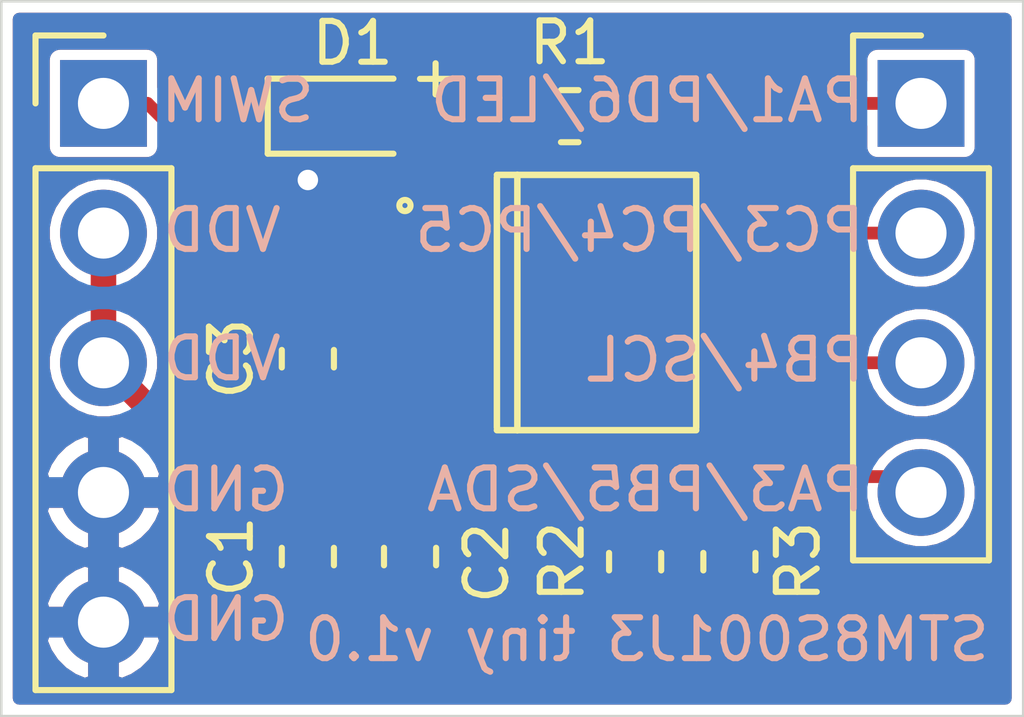
<source format=kicad_pcb>
(kicad_pcb (version 20171130) (host pcbnew 5.1.6-c6e7f7d~87~ubuntu16.04.1)

  (general
    (thickness 1)
    (drawings 16)
    (tracks 54)
    (zones 0)
    (modules 10)
    (nets 10)
  )

  (page A4)
  (layers
    (0 F.Cu signal)
    (31 B.Cu signal)
    (32 B.Adhes user)
    (33 F.Adhes user)
    (34 B.Paste user)
    (35 F.Paste user)
    (36 B.SilkS user)
    (37 F.SilkS user)
    (38 B.Mask user)
    (39 F.Mask user)
    (40 Dwgs.User user)
    (41 Cmts.User user)
    (42 Eco1.User user)
    (43 Eco2.User user)
    (44 Edge.Cuts user)
    (45 Margin user)
    (46 B.CrtYd user)
    (47 F.CrtYd user)
    (48 B.Fab user hide)
    (49 F.Fab user hide)
  )

  (setup
    (last_trace_width 0.5)
    (user_trace_width 0.5)
    (trace_clearance 0.2)
    (zone_clearance 0.2)
    (zone_45_only no)
    (trace_min 0.2)
    (via_size 0.8)
    (via_drill 0.4)
    (via_min_size 0.4)
    (via_min_drill 0.3)
    (uvia_size 0.3)
    (uvia_drill 0.1)
    (uvias_allowed no)
    (uvia_min_size 0.2)
    (uvia_min_drill 0.1)
    (edge_width 0.05)
    (segment_width 0.2)
    (pcb_text_width 0.3)
    (pcb_text_size 1.5 1.5)
    (mod_edge_width 0.12)
    (mod_text_size 1 1)
    (mod_text_width 0.15)
    (pad_size 1.524 1.524)
    (pad_drill 0.762)
    (pad_to_mask_clearance 0.051)
    (solder_mask_min_width 0.25)
    (aux_axis_origin 0 0)
    (visible_elements FFFFFF7F)
    (pcbplotparams
      (layerselection 0x010fc_ffffffff)
      (usegerberextensions false)
      (usegerberattributes false)
      (usegerberadvancedattributes false)
      (creategerberjobfile false)
      (excludeedgelayer true)
      (linewidth 0.100000)
      (plotframeref false)
      (viasonmask false)
      (mode 1)
      (useauxorigin false)
      (hpglpennumber 1)
      (hpglpenspeed 20)
      (hpglpendiameter 15.000000)
      (psnegative false)
      (psa4output false)
      (plotreference true)
      (plotvalue false)
      (plotinvisibletext false)
      (padsonsilk false)
      (subtractmaskfromsilk false)
      (outputformat 1)
      (mirror false)
      (drillshape 0)
      (scaleselection 1)
      (outputdirectory "Gerbers/"))
  )

  (net 0 "")
  (net 1 GND)
  (net 2 "Net-(J2-Pad4)")
  (net 3 "Net-(J2-Pad3)")
  (net 4 "Net-(J2-Pad2)")
  (net 5 "Net-(J2-Pad1)")
  (net 6 /SWIM)
  (net 7 /VDD)
  (net 8 /VCAP)
  (net 9 "Net-(D1-Pad2)")

  (net_class Default "This is the default net class."
    (clearance 0.2)
    (trace_width 0.25)
    (via_dia 0.8)
    (via_drill 0.4)
    (uvia_dia 0.3)
    (uvia_drill 0.1)
    (add_net /SWIM)
    (add_net /VCAP)
    (add_net /VDD)
    (add_net GND)
    (add_net "Net-(D1-Pad2)")
    (add_net "Net-(J2-Pad1)")
    (add_net "Net-(J2-Pad2)")
    (add_net "Net-(J2-Pad3)")
    (add_net "Net-(J2-Pad4)")
  )

  (module LocalFooprints:SO8N (layer F.Cu) (tedit 5F3EE4E8) (tstamp 5EC7471F)
    (at 80 45 270)
    (path /5EB818CE)
    (fp_text reference U1 (at 0 0 270) (layer F.SilkS) hide
      (effects (font (size 1.27 1.27) (thickness 0.15)) (justify right top))
    )
    (fp_text value STM8S001J3M (at 0 0 270) (layer F.SilkS) hide
      (effects (font (size 1.27 1.27) (thickness 0.15)) (justify right top))
    )
    (fp_line (start -0.6 -1.1) (end 4.4 -1.1) (layer F.SilkS) (width 0.127))
    (fp_line (start -0.55 -0.7) (end 4.35 -0.7) (layer F.SilkS) (width 0.127))
    (fp_line (start 4.4 -1.1) (end 4.4 -0.7) (layer F.SilkS) (width 0.127))
    (fp_line (start 4.4 -4.6) (end 4.4 -1.1) (layer F.SilkS) (width 0.127))
    (fp_line (start -0.55 -4.6) (end 4.35 -4.6) (layer F.SilkS) (width 0.127))
    (fp_line (start -0.6 -1.1) (end -0.6 -0.7) (layer F.SilkS) (width 0.127))
    (fp_line (start -0.6 -4.6) (end -0.6 -1.1) (layer F.SilkS) (width 0.127))
    (pad 1 smd rect (at 0 0) (size 1.4 0.6) (layers F.Cu F.Paste F.Mask)
      (net 5 "Net-(J2-Pad1)") (solder_mask_margin 0.1016))
    (pad 2 smd rect (at 1.27 0) (size 1.4 0.6) (layers F.Cu F.Paste F.Mask)
      (net 1 GND) (solder_mask_margin 0.1016))
    (pad 3 smd rect (at 2.54 0) (size 1.4 0.6) (layers F.Cu F.Paste F.Mask)
      (net 8 /VCAP) (solder_mask_margin 0.1016))
    (pad 4 smd rect (at 3.81 0) (size 1.4 0.6) (layers F.Cu F.Paste F.Mask)
      (net 7 /VDD) (solder_mask_margin 0.1016))
    (pad 8 smd rect (at 0 -5.3) (size 1.4 0.6) (layers F.Cu F.Paste F.Mask)
      (net 6 /SWIM) (solder_mask_margin 0.1016))
    (pad 7 smd rect (at 1.27 -5.3) (size 1.4 0.6) (layers F.Cu F.Paste F.Mask)
      (net 4 "Net-(J2-Pad2)") (solder_mask_margin 0.1016))
    (pad 6 smd rect (at 2.54 -5.3) (size 1.4 0.6) (layers F.Cu F.Paste F.Mask)
      (net 3 "Net-(J2-Pad3)") (solder_mask_margin 0.1016))
    (pad 5 smd rect (at 3.81 -5.3) (size 1.4 0.6) (layers F.Cu F.Paste F.Mask)
      (net 2 "Net-(J2-Pad4)") (solder_mask_margin 0.1016))
    (model ${KISYS3DMOD}/Package_SO.3dshapes/SOIC-8_3.9x4.9mm_P1.27mm.wrl
      (offset (xyz 1.9 2.5 0))
      (scale (xyz 1 1 1))
      (rotate (xyz 0 0 -90))
    )
  )

  (module Resistor_SMD:R_0603_1608Metric_Pad1.05x0.95mm_HandSolder (layer F.Cu) (tedit 5B301BBD) (tstamp 5F404CE3)
    (at 82.125 43.25 180)
    (descr "Resistor SMD 0603 (1608 Metric), square (rectangular) end terminal, IPC_7351 nominal with elongated pad for handsoldering. (Body size source: http://www.tortai-tech.com/upload/download/2011102023233369053.pdf), generated with kicad-footprint-generator")
    (tags "resistor handsolder")
    (path /5F3EFFFE)
    (attr smd)
    (fp_text reference R1 (at 0 1.44 180) (layer F.SilkS)
      (effects (font (size 0.8 0.8) (thickness 0.12)))
    )
    (fp_text value 2K (at 0 1.43) (layer F.Fab)
      (effects (font (size 1 1) (thickness 0.15)))
    )
    (fp_text user %R (at 0 0) (layer F.Fab)
      (effects (font (size 0.4 0.4) (thickness 0.06)))
    )
    (fp_line (start -0.8 0.4) (end -0.8 -0.4) (layer F.Fab) (width 0.1))
    (fp_line (start -0.8 -0.4) (end 0.8 -0.4) (layer F.Fab) (width 0.1))
    (fp_line (start 0.8 -0.4) (end 0.8 0.4) (layer F.Fab) (width 0.1))
    (fp_line (start 0.8 0.4) (end -0.8 0.4) (layer F.Fab) (width 0.1))
    (fp_line (start -0.171267 -0.51) (end 0.171267 -0.51) (layer F.SilkS) (width 0.12))
    (fp_line (start -0.171267 0.51) (end 0.171267 0.51) (layer F.SilkS) (width 0.12))
    (fp_line (start -1.65 0.73) (end -1.65 -0.73) (layer F.CrtYd) (width 0.05))
    (fp_line (start -1.65 -0.73) (end 1.65 -0.73) (layer F.CrtYd) (width 0.05))
    (fp_line (start 1.65 -0.73) (end 1.65 0.73) (layer F.CrtYd) (width 0.05))
    (fp_line (start 1.65 0.73) (end -1.65 0.73) (layer F.CrtYd) (width 0.05))
    (pad 1 smd roundrect (at -0.875 0 180) (size 1.05 0.95) (layers F.Cu F.Paste F.Mask) (roundrect_rratio 0.25)
      (net 5 "Net-(J2-Pad1)"))
    (pad 2 smd roundrect (at 0.875 0 180) (size 1.05 0.95) (layers F.Cu F.Paste F.Mask) (roundrect_rratio 0.25)
      (net 9 "Net-(D1-Pad2)"))
    (model ${KISYS3DMOD}/Resistor_SMD.3dshapes/R_0603_1608Metric.wrl
      (at (xyz 0 0 0))
      (scale (xyz 1 1 1))
      (rotate (xyz 0 0 0))
    )
  )

  (module LED_SMD:LED_0603_1608Metric_Pad1.05x0.95mm_HandSolder (layer F.Cu) (tedit 5B4B45C9) (tstamp 5F404C74)
    (at 77.875 43.25)
    (descr "LED SMD 0603 (1608 Metric), square (rectangular) end terminal, IPC_7351 nominal, (Body size source: http://www.tortai-tech.com/upload/download/2011102023233369053.pdf), generated with kicad-footprint-generator")
    (tags "LED handsolder")
    (path /5F3EE353)
    (attr smd)
    (fp_text reference D1 (at 0 -1.43) (layer F.SilkS)
      (effects (font (size 0.8 0.8) (thickness 0.12)))
    )
    (fp_text value LED (at 0 1.43) (layer F.Fab)
      (effects (font (size 1 1) (thickness 0.15)))
    )
    (fp_line (start 0.8 -0.4) (end -0.5 -0.4) (layer F.Fab) (width 0.1))
    (fp_line (start -0.5 -0.4) (end -0.8 -0.1) (layer F.Fab) (width 0.1))
    (fp_line (start -0.8 -0.1) (end -0.8 0.4) (layer F.Fab) (width 0.1))
    (fp_line (start -0.8 0.4) (end 0.8 0.4) (layer F.Fab) (width 0.1))
    (fp_line (start 0.8 0.4) (end 0.8 -0.4) (layer F.Fab) (width 0.1))
    (fp_line (start 0.8 -0.735) (end -1.66 -0.735) (layer F.SilkS) (width 0.12))
    (fp_line (start -1.66 -0.735) (end -1.66 0.735) (layer F.SilkS) (width 0.12))
    (fp_line (start -1.66 0.735) (end 0.8 0.735) (layer F.SilkS) (width 0.12))
    (fp_line (start -1.65 0.73) (end -1.65 -0.73) (layer F.CrtYd) (width 0.05))
    (fp_line (start -1.65 -0.73) (end 1.65 -0.73) (layer F.CrtYd) (width 0.05))
    (fp_line (start 1.65 -0.73) (end 1.65 0.73) (layer F.CrtYd) (width 0.05))
    (fp_line (start 1.65 0.73) (end -1.65 0.73) (layer F.CrtYd) (width 0.05))
    (fp_text user %R (at 0 0) (layer F.Fab)
      (effects (font (size 0.4 0.4) (thickness 0.06)))
    )
    (pad 1 smd roundrect (at -0.875 0) (size 1.05 0.95) (layers F.Cu F.Paste F.Mask) (roundrect_rratio 0.25)
      (net 1 GND))
    (pad 2 smd roundrect (at 0.875 0) (size 1.05 0.95) (layers F.Cu F.Paste F.Mask) (roundrect_rratio 0.25)
      (net 9 "Net-(D1-Pad2)"))
    (model ${KISYS3DMOD}/LED_SMD.3dshapes/LED_0603_1608Metric.wrl
      (at (xyz 0 0 0))
      (scale (xyz 1 1 1))
      (rotate (xyz 0 0 0))
    )
  )

  (module Connector_PinHeader_2.54mm:PinHeader_1x04_P2.54mm_Vertical (layer F.Cu) (tedit 59FED5CC) (tstamp 5EC7470C)
    (at 89 43)
    (descr "Through hole straight pin header, 1x04, 2.54mm pitch, single row")
    (tags "Through hole pin header THT 1x04 2.54mm single row")
    (path /5EB85004)
    (fp_text reference J2 (at 0 -2.33) (layer F.SilkS) hide
      (effects (font (size 1 1) (thickness 0.15)))
    )
    (fp_text value Conn_01x04_Male (at 0 9.95) (layer F.Fab)
      (effects (font (size 1 1) (thickness 0.15)))
    )
    (fp_line (start -0.635 -1.27) (end 1.27 -1.27) (layer F.Fab) (width 0.1))
    (fp_line (start 1.27 -1.27) (end 1.27 8.89) (layer F.Fab) (width 0.1))
    (fp_line (start 1.27 8.89) (end -1.27 8.89) (layer F.Fab) (width 0.1))
    (fp_line (start -1.27 8.89) (end -1.27 -0.635) (layer F.Fab) (width 0.1))
    (fp_line (start -1.27 -0.635) (end -0.635 -1.27) (layer F.Fab) (width 0.1))
    (fp_line (start -1.33 8.95) (end 1.33 8.95) (layer F.SilkS) (width 0.12))
    (fp_line (start -1.33 1.27) (end -1.33 8.95) (layer F.SilkS) (width 0.12))
    (fp_line (start 1.33 1.27) (end 1.33 8.95) (layer F.SilkS) (width 0.12))
    (fp_line (start -1.33 1.27) (end 1.33 1.27) (layer F.SilkS) (width 0.12))
    (fp_line (start -1.33 0) (end -1.33 -1.33) (layer F.SilkS) (width 0.12))
    (fp_line (start -1.33 -1.33) (end 0 -1.33) (layer F.SilkS) (width 0.12))
    (fp_line (start -1.8 -1.8) (end -1.8 9.4) (layer F.CrtYd) (width 0.05))
    (fp_line (start -1.8 9.4) (end 1.8 9.4) (layer F.CrtYd) (width 0.05))
    (fp_line (start 1.8 9.4) (end 1.8 -1.8) (layer F.CrtYd) (width 0.05))
    (fp_line (start 1.8 -1.8) (end -1.8 -1.8) (layer F.CrtYd) (width 0.05))
    (fp_text user %R (at 0 3.81 90) (layer F.Fab)
      (effects (font (size 1 1) (thickness 0.15)))
    )
    (pad 4 thru_hole oval (at 0 7.62) (size 1.7 1.7) (drill 1) (layers *.Cu *.Mask)
      (net 2 "Net-(J2-Pad4)"))
    (pad 3 thru_hole oval (at 0 5.08) (size 1.7 1.7) (drill 1) (layers *.Cu *.Mask)
      (net 3 "Net-(J2-Pad3)"))
    (pad 2 thru_hole oval (at 0 2.54) (size 1.7 1.7) (drill 1) (layers *.Cu *.Mask)
      (net 4 "Net-(J2-Pad2)"))
    (pad 1 thru_hole rect (at 0 0) (size 1.7 1.7) (drill 1) (layers *.Cu *.Mask)
      (net 5 "Net-(J2-Pad1)"))
    (model ${KISYS3DMOD}/Connector_PinHeader_2.54mm.3dshapes/PinHeader_1x04_P2.54mm_Vertical.wrl
      (at (xyz 0 0 0))
      (scale (xyz 1 1 1))
      (rotate (xyz 0 0 0))
    )
  )

  (module Connector_PinHeader_2.54mm:PinHeader_1x05_P2.54mm_Vertical (layer F.Cu) (tedit 59FED5CC) (tstamp 5EC746F4)
    (at 73 43)
    (descr "Through hole straight pin header, 1x05, 2.54mm pitch, single row")
    (tags "Through hole pin header THT 1x05 2.54mm single row")
    (path /5EB878A4)
    (fp_text reference J1 (at 0 -2.33) (layer F.SilkS) hide
      (effects (font (size 1 1) (thickness 0.15)))
    )
    (fp_text value Conn_01x05_Male (at 0 12.49) (layer F.Fab)
      (effects (font (size 1 1) (thickness 0.15)))
    )
    (fp_line (start -0.635 -1.27) (end 1.27 -1.27) (layer F.Fab) (width 0.1))
    (fp_line (start 1.27 -1.27) (end 1.27 11.43) (layer F.Fab) (width 0.1))
    (fp_line (start 1.27 11.43) (end -1.27 11.43) (layer F.Fab) (width 0.1))
    (fp_line (start -1.27 11.43) (end -1.27 -0.635) (layer F.Fab) (width 0.1))
    (fp_line (start -1.27 -0.635) (end -0.635 -1.27) (layer F.Fab) (width 0.1))
    (fp_line (start -1.33 11.49) (end 1.33 11.49) (layer F.SilkS) (width 0.12))
    (fp_line (start -1.33 1.27) (end -1.33 11.49) (layer F.SilkS) (width 0.12))
    (fp_line (start 1.33 1.27) (end 1.33 11.49) (layer F.SilkS) (width 0.12))
    (fp_line (start -1.33 1.27) (end 1.33 1.27) (layer F.SilkS) (width 0.12))
    (fp_line (start -1.33 0) (end -1.33 -1.33) (layer F.SilkS) (width 0.12))
    (fp_line (start -1.33 -1.33) (end 0 -1.33) (layer F.SilkS) (width 0.12))
    (fp_line (start -1.8 -1.8) (end -1.8 11.95) (layer F.CrtYd) (width 0.05))
    (fp_line (start -1.8 11.95) (end 1.8 11.95) (layer F.CrtYd) (width 0.05))
    (fp_line (start 1.8 11.95) (end 1.8 -1.8) (layer F.CrtYd) (width 0.05))
    (fp_line (start 1.8 -1.8) (end -1.8 -1.8) (layer F.CrtYd) (width 0.05))
    (fp_text user %R (at 0 5.08 90) (layer F.Fab)
      (effects (font (size 1 1) (thickness 0.15)))
    )
    (pad 5 thru_hole oval (at 0 10.16) (size 1.7 1.7) (drill 1) (layers *.Cu *.Mask)
      (net 1 GND))
    (pad 4 thru_hole oval (at 0 7.62) (size 1.7 1.7) (drill 1) (layers *.Cu *.Mask)
      (net 1 GND))
    (pad 3 thru_hole oval (at 0 5.08) (size 1.7 1.7) (drill 1) (layers *.Cu *.Mask)
      (net 7 /VDD))
    (pad 2 thru_hole oval (at 0 2.54) (size 1.7 1.7) (drill 1) (layers *.Cu *.Mask)
      (net 7 /VDD))
    (pad 1 thru_hole rect (at 0 0) (size 1.7 1.7) (drill 1) (layers *.Cu *.Mask)
      (net 6 /SWIM))
    (model ${KISYS3DMOD}/Connector_PinHeader_2.54mm.3dshapes/PinHeader_1x05_P2.54mm_Vertical.wrl
      (at (xyz 0 0 0))
      (scale (xyz 1 1 1))
      (rotate (xyz 0 0 0))
    )
  )

  (module Capacitor_SMD:C_0603_1608Metric_Pad1.05x0.95mm_HandSolder (layer F.Cu) (tedit 5B301BBE) (tstamp 5EC746DB)
    (at 77 48 90)
    (descr "Capacitor SMD 0603 (1608 Metric), square (rectangular) end terminal, IPC_7351 nominal with elongated pad for handsoldering. (Body size source: http://www.tortai-tech.com/upload/download/2011102023233369053.pdf), generated with kicad-footprint-generator")
    (tags "capacitor handsolder")
    (path /5EB82DFF)
    (attr smd)
    (fp_text reference C3 (at 0 -1.5 90) (layer F.SilkS)
      (effects (font (size 0.8 0.8) (thickness 0.12)))
    )
    (fp_text value 1uF (at 0 1.43 90) (layer F.Fab)
      (effects (font (size 1 1) (thickness 0.15)))
    )
    (fp_line (start -0.8 0.4) (end -0.8 -0.4) (layer F.Fab) (width 0.1))
    (fp_line (start -0.8 -0.4) (end 0.8 -0.4) (layer F.Fab) (width 0.1))
    (fp_line (start 0.8 -0.4) (end 0.8 0.4) (layer F.Fab) (width 0.1))
    (fp_line (start 0.8 0.4) (end -0.8 0.4) (layer F.Fab) (width 0.1))
    (fp_line (start -0.171267 -0.51) (end 0.171267 -0.51) (layer F.SilkS) (width 0.12))
    (fp_line (start -0.171267 0.51) (end 0.171267 0.51) (layer F.SilkS) (width 0.12))
    (fp_line (start -1.65 0.73) (end -1.65 -0.73) (layer F.CrtYd) (width 0.05))
    (fp_line (start -1.65 -0.73) (end 1.65 -0.73) (layer F.CrtYd) (width 0.05))
    (fp_line (start 1.65 -0.73) (end 1.65 0.73) (layer F.CrtYd) (width 0.05))
    (fp_line (start 1.65 0.73) (end -1.65 0.73) (layer F.CrtYd) (width 0.05))
    (fp_text user %R (at 0 0 90) (layer F.Fab)
      (effects (font (size 0.4 0.4) (thickness 0.06)))
    )
    (pad 2 smd roundrect (at 0.875 0 90) (size 1.05 0.95) (layers F.Cu F.Paste F.Mask) (roundrect_rratio 0.25)
      (net 1 GND))
    (pad 1 smd roundrect (at -0.875 0 90) (size 1.05 0.95) (layers F.Cu F.Paste F.Mask) (roundrect_rratio 0.25)
      (net 8 /VCAP))
    (model ${KISYS3DMOD}/Capacitor_SMD.3dshapes/C_0603_1608Metric.wrl
      (at (xyz 0 0 0))
      (scale (xyz 1 1 1))
      (rotate (xyz 0 0 0))
    )
  )

  (module Capacitor_SMD:C_0603_1608Metric_Pad1.05x0.95mm_HandSolder (layer F.Cu) (tedit 5B301BBE) (tstamp 5EC746CA)
    (at 79 51.875 270)
    (descr "Capacitor SMD 0603 (1608 Metric), square (rectangular) end terminal, IPC_7351 nominal with elongated pad for handsoldering. (Body size source: http://www.tortai-tech.com/upload/download/2011102023233369053.pdf), generated with kicad-footprint-generator")
    (tags "capacitor handsolder")
    (path /5EB9E9BD)
    (attr smd)
    (fp_text reference C2 (at 0.125 -1.5 90) (layer F.SilkS)
      (effects (font (size 0.8 0.8) (thickness 0.12)))
    )
    (fp_text value 100nF (at 0 1.43 90) (layer F.Fab)
      (effects (font (size 1 1) (thickness 0.15)))
    )
    (fp_line (start -0.8 0.4) (end -0.8 -0.4) (layer F.Fab) (width 0.1))
    (fp_line (start -0.8 -0.4) (end 0.8 -0.4) (layer F.Fab) (width 0.1))
    (fp_line (start 0.8 -0.4) (end 0.8 0.4) (layer F.Fab) (width 0.1))
    (fp_line (start 0.8 0.4) (end -0.8 0.4) (layer F.Fab) (width 0.1))
    (fp_line (start -0.171267 -0.51) (end 0.171267 -0.51) (layer F.SilkS) (width 0.12))
    (fp_line (start -0.171267 0.51) (end 0.171267 0.51) (layer F.SilkS) (width 0.12))
    (fp_line (start -1.65 0.73) (end -1.65 -0.73) (layer F.CrtYd) (width 0.05))
    (fp_line (start -1.65 -0.73) (end 1.65 -0.73) (layer F.CrtYd) (width 0.05))
    (fp_line (start 1.65 -0.73) (end 1.65 0.73) (layer F.CrtYd) (width 0.05))
    (fp_line (start 1.65 0.73) (end -1.65 0.73) (layer F.CrtYd) (width 0.05))
    (fp_text user %R (at 0 0 90) (layer F.Fab)
      (effects (font (size 0.4 0.4) (thickness 0.06)))
    )
    (pad 2 smd roundrect (at 0.875 0 270) (size 1.05 0.95) (layers F.Cu F.Paste F.Mask) (roundrect_rratio 0.25)
      (net 1 GND))
    (pad 1 smd roundrect (at -0.875 0 270) (size 1.05 0.95) (layers F.Cu F.Paste F.Mask) (roundrect_rratio 0.25)
      (net 7 /VDD))
    (model ${KISYS3DMOD}/Capacitor_SMD.3dshapes/C_0603_1608Metric.wrl
      (at (xyz 0 0 0))
      (scale (xyz 1 1 1))
      (rotate (xyz 0 0 0))
    )
  )

  (module Capacitor_SMD:C_0603_1608Metric_Pad1.05x0.95mm_HandSolder (layer F.Cu) (tedit 5B301BBE) (tstamp 5EC746B9)
    (at 77 51.875 270)
    (descr "Capacitor SMD 0603 (1608 Metric), square (rectangular) end terminal, IPC_7351 nominal with elongated pad for handsoldering. (Body size source: http://www.tortai-tech.com/upload/download/2011102023233369053.pdf), generated with kicad-footprint-generator")
    (tags "capacitor handsolder")
    (path /5EB8BBD2)
    (attr smd)
    (fp_text reference C1 (at 0 1.5 90) (layer F.SilkS)
      (effects (font (size 0.8 0.8) (thickness 0.12)))
    )
    (fp_text value 1uF (at 0 1.43 90) (layer F.Fab)
      (effects (font (size 1 1) (thickness 0.15)))
    )
    (fp_line (start -0.8 0.4) (end -0.8 -0.4) (layer F.Fab) (width 0.1))
    (fp_line (start -0.8 -0.4) (end 0.8 -0.4) (layer F.Fab) (width 0.1))
    (fp_line (start 0.8 -0.4) (end 0.8 0.4) (layer F.Fab) (width 0.1))
    (fp_line (start 0.8 0.4) (end -0.8 0.4) (layer F.Fab) (width 0.1))
    (fp_line (start -0.171267 -0.51) (end 0.171267 -0.51) (layer F.SilkS) (width 0.12))
    (fp_line (start -0.171267 0.51) (end 0.171267 0.51) (layer F.SilkS) (width 0.12))
    (fp_line (start -1.65 0.73) (end -1.65 -0.73) (layer F.CrtYd) (width 0.05))
    (fp_line (start -1.65 -0.73) (end 1.65 -0.73) (layer F.CrtYd) (width 0.05))
    (fp_line (start 1.65 -0.73) (end 1.65 0.73) (layer F.CrtYd) (width 0.05))
    (fp_line (start 1.65 0.73) (end -1.65 0.73) (layer F.CrtYd) (width 0.05))
    (fp_text user %R (at 0 0 90) (layer F.Fab)
      (effects (font (size 0.4 0.4) (thickness 0.06)))
    )
    (pad 2 smd roundrect (at 0.875 0 270) (size 1.05 0.95) (layers F.Cu F.Paste F.Mask) (roundrect_rratio 0.25)
      (net 1 GND))
    (pad 1 smd roundrect (at -0.875 0 270) (size 1.05 0.95) (layers F.Cu F.Paste F.Mask) (roundrect_rratio 0.25)
      (net 7 /VDD))
    (model ${KISYS3DMOD}/Capacitor_SMD.3dshapes/C_0603_1608Metric.wrl
      (at (xyz 0 0 0))
      (scale (xyz 1 1 1))
      (rotate (xyz 0 0 0))
    )
  )

  (module Resistor_SMD:R_0603_1608Metric_Pad1.05x0.95mm_HandSolder (layer F.Cu) (tedit 5B301BBD) (tstamp 5F3FA51B)
    (at 83.405001 51.974999 90)
    (descr "Resistor SMD 0603 (1608 Metric), square (rectangular) end terminal, IPC_7351 nominal with elongated pad for handsoldering. (Body size source: http://www.tortai-tech.com/upload/download/2011102023233369053.pdf), generated with kicad-footprint-generator")
    (tags "resistor handsolder")
    (path /5F3FA7C9)
    (attr smd)
    (fp_text reference R2 (at 0 -1.43 90) (layer F.SilkS)
      (effects (font (size 0.8 0.8) (thickness 0.12)))
    )
    (fp_text value 4.7K (at 0 1.43 90) (layer F.Fab)
      (effects (font (size 1 1) (thickness 0.15)))
    )
    (fp_line (start -0.8 0.4) (end -0.8 -0.4) (layer F.Fab) (width 0.1))
    (fp_line (start -0.8 -0.4) (end 0.8 -0.4) (layer F.Fab) (width 0.1))
    (fp_line (start 0.8 -0.4) (end 0.8 0.4) (layer F.Fab) (width 0.1))
    (fp_line (start 0.8 0.4) (end -0.8 0.4) (layer F.Fab) (width 0.1))
    (fp_line (start -0.171267 -0.51) (end 0.171267 -0.51) (layer F.SilkS) (width 0.12))
    (fp_line (start -0.171267 0.51) (end 0.171267 0.51) (layer F.SilkS) (width 0.12))
    (fp_line (start -1.65 0.73) (end -1.65 -0.73) (layer F.CrtYd) (width 0.05))
    (fp_line (start -1.65 -0.73) (end 1.65 -0.73) (layer F.CrtYd) (width 0.05))
    (fp_line (start 1.65 -0.73) (end 1.65 0.73) (layer F.CrtYd) (width 0.05))
    (fp_line (start 1.65 0.73) (end -1.65 0.73) (layer F.CrtYd) (width 0.05))
    (fp_text user %R (at 0 0 90) (layer F.Fab)
      (effects (font (size 0.4 0.4) (thickness 0.06)))
    )
    (pad 2 smd roundrect (at 0.875 0 90) (size 1.05 0.95) (layers F.Cu F.Paste F.Mask) (roundrect_rratio 0.25)
      (net 3 "Net-(J2-Pad3)"))
    (pad 1 smd roundrect (at -0.875 0 90) (size 1.05 0.95) (layers F.Cu F.Paste F.Mask) (roundrect_rratio 0.25)
      (net 7 /VDD))
    (model ${KISYS3DMOD}/Resistor_SMD.3dshapes/R_0603_1608Metric.wrl
      (at (xyz 0 0 0))
      (scale (xyz 1 1 1))
      (rotate (xyz 0 0 0))
    )
  )

  (module Resistor_SMD:R_0603_1608Metric_Pad1.05x0.95mm_HandSolder (layer F.Cu) (tedit 5B301BBD) (tstamp 5F3FA52C)
    (at 85.25 51.974999 270)
    (descr "Resistor SMD 0603 (1608 Metric), square (rectangular) end terminal, IPC_7351 nominal with elongated pad for handsoldering. (Body size source: http://www.tortai-tech.com/upload/download/2011102023233369053.pdf), generated with kicad-footprint-generator")
    (tags "resistor handsolder")
    (path /5F3FB9D5)
    (attr smd)
    (fp_text reference R3 (at 0.000001 -1.344999 90) (layer F.SilkS)
      (effects (font (size 0.8 0.8) (thickness 0.12)))
    )
    (fp_text value 4.7K (at 0 1.43 90) (layer F.Fab)
      (effects (font (size 1 1) (thickness 0.15)))
    )
    (fp_text user %R (at 0 0 90) (layer F.Fab)
      (effects (font (size 0.4 0.4) (thickness 0.06)))
    )
    (fp_line (start -0.8 0.4) (end -0.8 -0.4) (layer F.Fab) (width 0.1))
    (fp_line (start -0.8 -0.4) (end 0.8 -0.4) (layer F.Fab) (width 0.1))
    (fp_line (start 0.8 -0.4) (end 0.8 0.4) (layer F.Fab) (width 0.1))
    (fp_line (start 0.8 0.4) (end -0.8 0.4) (layer F.Fab) (width 0.1))
    (fp_line (start -0.171267 -0.51) (end 0.171267 -0.51) (layer F.SilkS) (width 0.12))
    (fp_line (start -0.171267 0.51) (end 0.171267 0.51) (layer F.SilkS) (width 0.12))
    (fp_line (start -1.65 0.73) (end -1.65 -0.73) (layer F.CrtYd) (width 0.05))
    (fp_line (start -1.65 -0.73) (end 1.65 -0.73) (layer F.CrtYd) (width 0.05))
    (fp_line (start 1.65 -0.73) (end 1.65 0.73) (layer F.CrtYd) (width 0.05))
    (fp_line (start 1.65 0.73) (end -1.65 0.73) (layer F.CrtYd) (width 0.05))
    (pad 2 smd roundrect (at 0.875 0 270) (size 1.05 0.95) (layers F.Cu F.Paste F.Mask) (roundrect_rratio 0.25)
      (net 7 /VDD))
    (pad 1 smd roundrect (at -0.875 0 270) (size 1.05 0.95) (layers F.Cu F.Paste F.Mask) (roundrect_rratio 0.25)
      (net 2 "Net-(J2-Pad4)"))
    (model ${KISYS3DMOD}/Resistor_SMD.3dshapes/R_0603_1608Metric.wrl
      (at (xyz 0 0 0))
      (scale (xyz 1 1 1))
      (rotate (xyz 0 0 0))
    )
  )

  (gr_text + (at 79.5 42.46) (layer F.SilkS)
    (effects (font (size 0.8 0.8) (thickness 0.12)))
  )
  (gr_circle (center 78.9 45) (end 78.95 45) (layer F.SilkS) (width 0.12))
  (gr_text "STM8S001J3 tiny v1.0" (at 90.4 53.5) (layer B.SilkS)
    (effects (font (size 0.8 0.8) (thickness 0.12)) (justify left mirror))
  )
  (gr_text PA3/PB5/SDA (at 87.95 50.566) (layer B.SilkS) (tstamp 5EC76F9B)
    (effects (font (size 0.8 0.8) (thickness 0.12)) (justify left mirror))
  )
  (gr_text PB4/SCL (at 87.95 48.026) (layer B.SilkS) (tstamp 5EC76F98)
    (effects (font (size 0.8 0.8) (thickness 0.12)) (justify left mirror))
  )
  (gr_text PC3/PC4/PC5 (at 87.95 45.486) (layer B.SilkS) (tstamp 5EC76F95)
    (effects (font (size 0.8 0.8) (thickness 0.12)) (justify left mirror))
  )
  (gr_text PA1/PD6/LED (at 87.95 42.946) (layer B.SilkS) (tstamp 5EC76F91)
    (effects (font (size 0.8 0.8) (thickness 0.12)) (justify left mirror))
  )
  (gr_text GND (at 74.1 53.106) (layer B.SilkS) (tstamp 5EC76F5B)
    (effects (font (size 0.8 0.8) (thickness 0.12)) (justify right mirror))
  )
  (gr_text GND (at 74.1 50.566) (layer B.SilkS) (tstamp 5EC76F55)
    (effects (font (size 0.8 0.8) (thickness 0.12)) (justify right mirror))
  )
  (gr_text VDD (at 74.1 48) (layer B.SilkS) (tstamp 5EC76F47)
    (effects (font (size 0.8 0.8) (thickness 0.12)) (justify right mirror))
  )
  (gr_text VDD (at 74.1 45.486) (layer B.SilkS) (tstamp 5EC76F45)
    (effects (font (size 0.8 0.8) (thickness 0.12)) (justify right mirror))
  )
  (gr_text SWIM (at 74.06 42.946) (layer B.SilkS)
    (effects (font (size 0.8 0.8) (thickness 0.12)) (justify right mirror))
  )
  (gr_line (start 91 55) (end 71 55) (layer Edge.Cuts) (width 0.05) (tstamp 5EC765FA))
  (gr_line (start 91 41) (end 91 55) (layer Edge.Cuts) (width 0.05))
  (gr_line (start 71 41) (end 91 41) (layer Edge.Cuts) (width 0.05))
  (gr_line (start 71 55) (end 71 41) (layer Edge.Cuts) (width 0.05))

  (segment (start 77 52.75) (end 77 53.2) (width 0.25) (layer F.Cu) (net 1))
  (segment (start 80 46.27) (end 83.87 46.27) (width 0.25) (layer F.Cu) (net 1))
  (segment (start 79.05 46.27) (end 80 46.27) (width 0.25) (layer F.Cu) (net 1))
  (segment (start 78.33 46.27) (end 79.05 46.27) (width 0.25) (layer F.Cu) (net 1))
  (segment (start 77.475 47.125) (end 78.33 46.27) (width 0.25) (layer F.Cu) (net 1))
  (segment (start 77 47.125) (end 77.475 47.125) (width 0.25) (layer F.Cu) (net 1))
  (via (at 77 44.5) (size 0.8) (drill 0.4) (layers F.Cu B.Cu) (net 1))
  (segment (start 87.8247 50.3094) (end 86.3253 48.81) (width 0.25) (layer F.Cu) (net 2))
  (segment (start 86.3253 48.81) (end 85.3 48.81) (width 0.25) (layer F.Cu) (net 2))
  (segment (start 88.6894 50.3094) (end 89 50.62) (width 0.25) (layer F.Cu) (net 2))
  (segment (start 87.8247 50.3094) (end 88.6894 50.3094) (width 0.25) (layer F.Cu) (net 2))
  (segment (start 88.874999 50.494999) (end 89 50.62) (width 0.25) (layer B.Cu) (net 2))
  (segment (start 85.3 51.049999) (end 85.25 51.099999) (width 0.25) (layer F.Cu) (net 2))
  (segment (start 85.3 48.81) (end 85.3 51.049999) (width 0.25) (layer F.Cu) (net 2))
  (segment (start 89 48.08) (end 86.8653 48.08) (width 0.25) (layer F.Cu) (net 3))
  (segment (start 86.8653 48.08) (end 86.3253 47.54) (width 0.25) (layer F.Cu) (net 3))
  (segment (start 86.3253 47.54) (end 85.3 47.54) (width 0.25) (layer F.Cu) (net 3))
  (segment (start 88.904999 47.984999) (end 89 48.08) (width 0.25) (layer B.Cu) (net 3))
  (segment (start 84.35 47.54) (end 84 47.89) (width 0.25) (layer F.Cu) (net 3))
  (segment (start 85.3 47.54) (end 84.35 47.54) (width 0.25) (layer F.Cu) (net 3))
  (segment (start 84 50.505) (end 83.405001 51.099999) (width 0.25) (layer F.Cu) (net 3))
  (segment (start 84 47.89) (end 84 50.505) (width 0.25) (layer F.Cu) (net 3))
  (segment (start 89 45.54) (end 87.8247 45.54) (width 0.25) (layer F.Cu) (net 4))
  (segment (start 87.8247 45.54) (end 87.0947 46.27) (width 0.25) (layer F.Cu) (net 4))
  (segment (start 87.0947 46.27) (end 85.3 46.27) (width 0.25) (layer F.Cu) (net 4))
  (segment (start 85.5 43) (end 89 43) (width 0.25) (layer F.Cu) (net 5))
  (segment (start 83.5 45) (end 85.5 43) (width 0.25) (layer F.Cu) (net 5))
  (segment (start 85.25 43.25) (end 85.5 43) (width 0.25) (layer F.Cu) (net 5))
  (segment (start 83.15 45) (end 83.5 45) (width 0.25) (layer F.Cu) (net 5))
  (segment (start 80 45) (end 83.15 45) (width 0.25) (layer F.Cu) (net 5))
  (segment (start 80 45) (end 80.603 45) (width 0.25) (layer F.Cu) (net 5))
  (segment (start 80 45) (end 80.73 45) (width 0.25) (layer F.Cu) (net 5))
  (segment (start 80.423 44.577) (end 80 45) (width 0.25) (layer F.Cu) (net 5))
  (segment (start 82.296 44.577) (end 80.423 44.577) (width 0.25) (layer F.Cu) (net 5))
  (segment (start 83 43.873) (end 82.296 44.577) (width 0.25) (layer F.Cu) (net 5))
  (segment (start 83 43.25) (end 83 43.873) (width 0.25) (layer F.Cu) (net 5))
  (segment (start 83.6494 45.6253) (end 84.2747 45) (width 0.25) (layer F.Cu) (net 6))
  (segment (start 84.2747 45) (end 85.3 45) (width 0.25) (layer F.Cu) (net 6))
  (segment (start 73.861 43) (end 76.4863 45.6253) (width 0.25) (layer F.Cu) (net 6))
  (segment (start 73 43) (end 73.861 43) (width 0.25) (layer F.Cu) (net 6))
  (segment (start 76.4863 45.6253) (end 83.6494 45.6253) (width 0.25) (layer F.Cu) (net 6))
  (segment (start 73 45.54) (end 73 48.08) (width 0.5) (layer F.Cu) (net 7))
  (segment (start 75.92 51) (end 77 51) (width 0.5) (layer F.Cu) (net 7))
  (segment (start 73 48.08) (end 75.92 51) (width 0.5) (layer F.Cu) (net 7))
  (segment (start 77 51) (end 79 51) (width 0.5) (layer F.Cu) (net 7))
  (segment (start 79 49.81) (end 80 48.81) (width 0.5) (layer F.Cu) (net 7))
  (segment (start 79 51) (end 79 49.81) (width 0.5) (layer F.Cu) (net 7))
  (segment (start 83.405001 52.849999) (end 82.821999 52.849999) (width 0.5) (layer F.Cu) (net 7))
  (segment (start 80.972 51) (end 79 51) (width 0.5) (layer F.Cu) (net 7))
  (segment (start 82.821999 52.849999) (end 80.972 51) (width 0.5) (layer F.Cu) (net 7))
  (segment (start 83.405001 52.849999) (end 85.25 52.849999) (width 0.5) (layer F.Cu) (net 7))
  (segment (start 77 48.875) (end 78.335 47.54) (width 0.25) (layer F.Cu) (net 8))
  (segment (start 78.335 47.54) (end 80 47.54) (width 0.25) (layer F.Cu) (net 8))
  (segment (start 78.75 43.25) (end 81.25 43.25) (width 0.25) (layer F.Cu) (net 9))

  (zone (net 1) (net_name GND) (layer B.Cu) (tstamp 5F416CB6) (hatch edge 0.508)
    (connect_pads (clearance 0.2))
    (min_thickness 0.25)
    (fill yes (arc_segments 32) (thermal_gap 0.3) (thermal_bridge_width 0.6))
    (polygon
      (pts
        (xy 91 55) (xy 71 55) (xy 71 41) (xy 91 41)
      )
    )
    (filled_polygon
      (pts
        (xy 90.650001 54.65) (xy 71.35 54.65) (xy 71.35 53.530412) (xy 71.779992 53.530412) (xy 71.875397 53.76076)
        (xy 72.014208 53.968616) (xy 72.190903 54.145397) (xy 72.398691 54.28431) (xy 72.629587 54.380016) (xy 72.825 54.316691)
        (xy 72.825 53.335) (xy 73.175 53.335) (xy 73.175 54.316691) (xy 73.370413 54.380016) (xy 73.601309 54.28431)
        (xy 73.809097 54.145397) (xy 73.985792 53.968616) (xy 74.124603 53.76076) (xy 74.220008 53.530412) (xy 74.155574 53.335)
        (xy 73.175 53.335) (xy 72.825 53.335) (xy 71.844426 53.335) (xy 71.779992 53.530412) (xy 71.35 53.530412)
        (xy 71.35 52.789588) (xy 71.779992 52.789588) (xy 71.844426 52.985) (xy 72.825 52.985) (xy 72.825 52.003309)
        (xy 73.175 52.003309) (xy 73.175 52.985) (xy 74.155574 52.985) (xy 74.220008 52.789588) (xy 74.124603 52.55924)
        (xy 73.985792 52.351384) (xy 73.809097 52.174603) (xy 73.601309 52.03569) (xy 73.370413 51.939984) (xy 73.175 52.003309)
        (xy 72.825 52.003309) (xy 72.629587 51.939984) (xy 72.398691 52.03569) (xy 72.190903 52.174603) (xy 72.014208 52.351384)
        (xy 71.875397 52.55924) (xy 71.779992 52.789588) (xy 71.35 52.789588) (xy 71.35 50.990412) (xy 71.779992 50.990412)
        (xy 71.875397 51.22076) (xy 72.014208 51.428616) (xy 72.190903 51.605397) (xy 72.398691 51.74431) (xy 72.629587 51.840016)
        (xy 72.825 51.776691) (xy 72.825 50.795) (xy 73.175 50.795) (xy 73.175 51.776691) (xy 73.370413 51.840016)
        (xy 73.601309 51.74431) (xy 73.809097 51.605397) (xy 73.985792 51.428616) (xy 74.124603 51.22076) (xy 74.220008 50.990412)
        (xy 74.155574 50.795) (xy 73.175 50.795) (xy 72.825 50.795) (xy 71.844426 50.795) (xy 71.779992 50.990412)
        (xy 71.35 50.990412) (xy 71.35 50.504273) (xy 87.825 50.504273) (xy 87.825 50.735727) (xy 87.870155 50.962735)
        (xy 87.958729 51.176571) (xy 88.087318 51.369019) (xy 88.250981 51.532682) (xy 88.443429 51.661271) (xy 88.657265 51.749845)
        (xy 88.884273 51.795) (xy 89.115727 51.795) (xy 89.342735 51.749845) (xy 89.556571 51.661271) (xy 89.749019 51.532682)
        (xy 89.912682 51.369019) (xy 90.041271 51.176571) (xy 90.129845 50.962735) (xy 90.175 50.735727) (xy 90.175 50.504273)
        (xy 90.129845 50.277265) (xy 90.041271 50.063429) (xy 89.912682 49.870981) (xy 89.749019 49.707318) (xy 89.556571 49.578729)
        (xy 89.342735 49.490155) (xy 89.115727 49.445) (xy 88.884273 49.445) (xy 88.657265 49.490155) (xy 88.443429 49.578729)
        (xy 88.250981 49.707318) (xy 88.087318 49.870981) (xy 87.958729 50.063429) (xy 87.870155 50.277265) (xy 87.825 50.504273)
        (xy 71.35 50.504273) (xy 71.35 50.249588) (xy 71.779992 50.249588) (xy 71.844426 50.445) (xy 72.825 50.445)
        (xy 72.825 49.463309) (xy 73.175 49.463309) (xy 73.175 50.445) (xy 74.155574 50.445) (xy 74.220008 50.249588)
        (xy 74.124603 50.01924) (xy 73.985792 49.811384) (xy 73.809097 49.634603) (xy 73.601309 49.49569) (xy 73.370413 49.399984)
        (xy 73.175 49.463309) (xy 72.825 49.463309) (xy 72.629587 49.399984) (xy 72.398691 49.49569) (xy 72.190903 49.634603)
        (xy 72.014208 49.811384) (xy 71.875397 50.01924) (xy 71.779992 50.249588) (xy 71.35 50.249588) (xy 71.35 47.964273)
        (xy 71.825 47.964273) (xy 71.825 48.195727) (xy 71.870155 48.422735) (xy 71.958729 48.636571) (xy 72.087318 48.829019)
        (xy 72.250981 48.992682) (xy 72.443429 49.121271) (xy 72.657265 49.209845) (xy 72.884273 49.255) (xy 73.115727 49.255)
        (xy 73.342735 49.209845) (xy 73.556571 49.121271) (xy 73.749019 48.992682) (xy 73.912682 48.829019) (xy 74.041271 48.636571)
        (xy 74.129845 48.422735) (xy 74.175 48.195727) (xy 74.175 47.964273) (xy 87.825 47.964273) (xy 87.825 48.195727)
        (xy 87.870155 48.422735) (xy 87.958729 48.636571) (xy 88.087318 48.829019) (xy 88.250981 48.992682) (xy 88.443429 49.121271)
        (xy 88.657265 49.209845) (xy 88.884273 49.255) (xy 89.115727 49.255) (xy 89.342735 49.209845) (xy 89.556571 49.121271)
        (xy 89.749019 48.992682) (xy 89.912682 48.829019) (xy 90.041271 48.636571) (xy 90.129845 48.422735) (xy 90.175 48.195727)
        (xy 90.175 47.964273) (xy 90.129845 47.737265) (xy 90.041271 47.523429) (xy 89.912682 47.330981) (xy 89.749019 47.167318)
        (xy 89.556571 47.038729) (xy 89.342735 46.950155) (xy 89.115727 46.905) (xy 88.884273 46.905) (xy 88.657265 46.950155)
        (xy 88.443429 47.038729) (xy 88.250981 47.167318) (xy 88.087318 47.330981) (xy 87.958729 47.523429) (xy 87.870155 47.737265)
        (xy 87.825 47.964273) (xy 74.175 47.964273) (xy 74.129845 47.737265) (xy 74.041271 47.523429) (xy 73.912682 47.330981)
        (xy 73.749019 47.167318) (xy 73.556571 47.038729) (xy 73.342735 46.950155) (xy 73.115727 46.905) (xy 72.884273 46.905)
        (xy 72.657265 46.950155) (xy 72.443429 47.038729) (xy 72.250981 47.167318) (xy 72.087318 47.330981) (xy 71.958729 47.523429)
        (xy 71.870155 47.737265) (xy 71.825 47.964273) (xy 71.35 47.964273) (xy 71.35 45.424273) (xy 71.825 45.424273)
        (xy 71.825 45.655727) (xy 71.870155 45.882735) (xy 71.958729 46.096571) (xy 72.087318 46.289019) (xy 72.250981 46.452682)
        (xy 72.443429 46.581271) (xy 72.657265 46.669845) (xy 72.884273 46.715) (xy 73.115727 46.715) (xy 73.342735 46.669845)
        (xy 73.556571 46.581271) (xy 73.749019 46.452682) (xy 73.912682 46.289019) (xy 74.041271 46.096571) (xy 74.129845 45.882735)
        (xy 74.175 45.655727) (xy 74.175 45.424273) (xy 87.825 45.424273) (xy 87.825 45.655727) (xy 87.870155 45.882735)
        (xy 87.958729 46.096571) (xy 88.087318 46.289019) (xy 88.250981 46.452682) (xy 88.443429 46.581271) (xy 88.657265 46.669845)
        (xy 88.884273 46.715) (xy 89.115727 46.715) (xy 89.342735 46.669845) (xy 89.556571 46.581271) (xy 89.749019 46.452682)
        (xy 89.912682 46.289019) (xy 90.041271 46.096571) (xy 90.129845 45.882735) (xy 90.175 45.655727) (xy 90.175 45.424273)
        (xy 90.129845 45.197265) (xy 90.041271 44.983429) (xy 89.912682 44.790981) (xy 89.749019 44.627318) (xy 89.556571 44.498729)
        (xy 89.342735 44.410155) (xy 89.115727 44.365) (xy 88.884273 44.365) (xy 88.657265 44.410155) (xy 88.443429 44.498729)
        (xy 88.250981 44.627318) (xy 88.087318 44.790981) (xy 87.958729 44.983429) (xy 87.870155 45.197265) (xy 87.825 45.424273)
        (xy 74.175 45.424273) (xy 74.129845 45.197265) (xy 74.041271 44.983429) (xy 73.912682 44.790981) (xy 73.749019 44.627318)
        (xy 73.556571 44.498729) (xy 73.342735 44.410155) (xy 73.115727 44.365) (xy 72.884273 44.365) (xy 72.657265 44.410155)
        (xy 72.443429 44.498729) (xy 72.250981 44.627318) (xy 72.087318 44.790981) (xy 71.958729 44.983429) (xy 71.870155 45.197265)
        (xy 71.825 45.424273) (xy 71.35 45.424273) (xy 71.35 42.15) (xy 71.823428 42.15) (xy 71.823428 43.85)
        (xy 71.829703 43.913711) (xy 71.848287 43.974974) (xy 71.878465 44.031434) (xy 71.919079 44.080921) (xy 71.968566 44.121535)
        (xy 72.025026 44.151713) (xy 72.086289 44.170297) (xy 72.15 44.176572) (xy 73.85 44.176572) (xy 73.913711 44.170297)
        (xy 73.974974 44.151713) (xy 74.031434 44.121535) (xy 74.080921 44.080921) (xy 74.121535 44.031434) (xy 74.151713 43.974974)
        (xy 74.170297 43.913711) (xy 74.176572 43.85) (xy 74.176572 42.15) (xy 87.823428 42.15) (xy 87.823428 43.85)
        (xy 87.829703 43.913711) (xy 87.848287 43.974974) (xy 87.878465 44.031434) (xy 87.919079 44.080921) (xy 87.968566 44.121535)
        (xy 88.025026 44.151713) (xy 88.086289 44.170297) (xy 88.15 44.176572) (xy 89.85 44.176572) (xy 89.913711 44.170297)
        (xy 89.974974 44.151713) (xy 90.031434 44.121535) (xy 90.080921 44.080921) (xy 90.121535 44.031434) (xy 90.151713 43.974974)
        (xy 90.170297 43.913711) (xy 90.176572 43.85) (xy 90.176572 42.15) (xy 90.170297 42.086289) (xy 90.151713 42.025026)
        (xy 90.121535 41.968566) (xy 90.080921 41.919079) (xy 90.031434 41.878465) (xy 89.974974 41.848287) (xy 89.913711 41.829703)
        (xy 89.85 41.823428) (xy 88.15 41.823428) (xy 88.086289 41.829703) (xy 88.025026 41.848287) (xy 87.968566 41.878465)
        (xy 87.919079 41.919079) (xy 87.878465 41.968566) (xy 87.848287 42.025026) (xy 87.829703 42.086289) (xy 87.823428 42.15)
        (xy 74.176572 42.15) (xy 74.170297 42.086289) (xy 74.151713 42.025026) (xy 74.121535 41.968566) (xy 74.080921 41.919079)
        (xy 74.031434 41.878465) (xy 73.974974 41.848287) (xy 73.913711 41.829703) (xy 73.85 41.823428) (xy 72.15 41.823428)
        (xy 72.086289 41.829703) (xy 72.025026 41.848287) (xy 71.968566 41.878465) (xy 71.919079 41.919079) (xy 71.878465 41.968566)
        (xy 71.848287 42.025026) (xy 71.829703 42.086289) (xy 71.823428 42.15) (xy 71.35 42.15) (xy 71.35 41.35)
        (xy 90.65 41.35)
      )
    )
  )
  (zone (net 1) (net_name GND) (layer F.Cu) (tstamp 5F416CB3) (hatch edge 0.508)
    (connect_pads (clearance 0.2))
    (min_thickness 0.25)
    (fill yes (arc_segments 32) (thermal_gap 0.3) (thermal_bridge_width 0.6))
    (polygon
      (pts
        (xy 91 55) (xy 71 55) (xy 71 41) (xy 91 41)
      )
    )
    (filled_polygon
      (pts
        (xy 90.650001 54.65) (xy 71.35 54.65) (xy 71.35 53.530412) (xy 71.779992 53.530412) (xy 71.875397 53.76076)
        (xy 72.014208 53.968616) (xy 72.190903 54.145397) (xy 72.398691 54.28431) (xy 72.629587 54.380016) (xy 72.825 54.316691)
        (xy 72.825 53.335) (xy 73.175 53.335) (xy 73.175 54.316691) (xy 73.370413 54.380016) (xy 73.601309 54.28431)
        (xy 73.809097 54.145397) (xy 73.985792 53.968616) (xy 74.124603 53.76076) (xy 74.220008 53.530412) (xy 74.155574 53.335)
        (xy 73.175 53.335) (xy 72.825 53.335) (xy 71.844426 53.335) (xy 71.779992 53.530412) (xy 71.35 53.530412)
        (xy 71.35 53.275) (xy 76.097944 53.275) (xy 76.10615 53.358314) (xy 76.130452 53.438427) (xy 76.169916 53.51226)
        (xy 76.223026 53.576974) (xy 76.28774 53.630084) (xy 76.361573 53.669548) (xy 76.441686 53.69385) (xy 76.525 53.702056)
        (xy 76.71875 53.7) (xy 76.825 53.59375) (xy 76.825 52.925) (xy 77.175 52.925) (xy 77.175 53.59375)
        (xy 77.28125 53.7) (xy 77.475 53.702056) (xy 77.558314 53.69385) (xy 77.638427 53.669548) (xy 77.71226 53.630084)
        (xy 77.776974 53.576974) (xy 77.830084 53.51226) (xy 77.869548 53.438427) (xy 77.89385 53.358314) (xy 77.902056 53.275)
        (xy 78.097944 53.275) (xy 78.10615 53.358314) (xy 78.130452 53.438427) (xy 78.169916 53.51226) (xy 78.223026 53.576974)
        (xy 78.28774 53.630084) (xy 78.361573 53.669548) (xy 78.441686 53.69385) (xy 78.525 53.702056) (xy 78.71875 53.7)
        (xy 78.825 53.59375) (xy 78.825 52.925) (xy 79.175 52.925) (xy 79.175 53.59375) (xy 79.28125 53.7)
        (xy 79.475 53.702056) (xy 79.558314 53.69385) (xy 79.638427 53.669548) (xy 79.71226 53.630084) (xy 79.776974 53.576974)
        (xy 79.830084 53.51226) (xy 79.869548 53.438427) (xy 79.89385 53.358314) (xy 79.902056 53.275) (xy 79.9 53.03125)
        (xy 79.79375 52.925) (xy 79.175 52.925) (xy 78.825 52.925) (xy 78.20625 52.925) (xy 78.1 53.03125)
        (xy 78.097944 53.275) (xy 77.902056 53.275) (xy 77.9 53.03125) (xy 77.79375 52.925) (xy 77.175 52.925)
        (xy 76.825 52.925) (xy 76.20625 52.925) (xy 76.1 53.03125) (xy 76.097944 53.275) (xy 71.35 53.275)
        (xy 71.35 52.789588) (xy 71.779992 52.789588) (xy 71.844426 52.985) (xy 72.825 52.985) (xy 72.825 52.003309)
        (xy 73.175 52.003309) (xy 73.175 52.985) (xy 74.155574 52.985) (xy 74.220008 52.789588) (xy 74.124603 52.55924)
        (xy 73.985792 52.351384) (xy 73.809097 52.174603) (xy 73.601309 52.03569) (xy 73.370413 51.939984) (xy 73.175 52.003309)
        (xy 72.825 52.003309) (xy 72.629587 51.939984) (xy 72.398691 52.03569) (xy 72.190903 52.174603) (xy 72.014208 52.351384)
        (xy 71.875397 52.55924) (xy 71.779992 52.789588) (xy 71.35 52.789588) (xy 71.35 50.990412) (xy 71.779992 50.990412)
        (xy 71.875397 51.22076) (xy 72.014208 51.428616) (xy 72.190903 51.605397) (xy 72.398691 51.74431) (xy 72.629587 51.840016)
        (xy 72.825 51.776691) (xy 72.825 50.795) (xy 73.175 50.795) (xy 73.175 51.776691) (xy 73.370413 51.840016)
        (xy 73.601309 51.74431) (xy 73.809097 51.605397) (xy 73.985792 51.428616) (xy 74.124603 51.22076) (xy 74.220008 50.990412)
        (xy 74.155574 50.795) (xy 73.175 50.795) (xy 72.825 50.795) (xy 71.844426 50.795) (xy 71.779992 50.990412)
        (xy 71.35 50.990412) (xy 71.35 50.249588) (xy 71.779992 50.249588) (xy 71.844426 50.445) (xy 72.825 50.445)
        (xy 72.825 49.463309) (xy 72.629587 49.399984) (xy 72.398691 49.49569) (xy 72.190903 49.634603) (xy 72.014208 49.811384)
        (xy 71.875397 50.01924) (xy 71.779992 50.249588) (xy 71.35 50.249588) (xy 71.35 45.424273) (xy 71.825 45.424273)
        (xy 71.825 45.655727) (xy 71.870155 45.882735) (xy 71.958729 46.096571) (xy 72.087318 46.289019) (xy 72.250981 46.452682)
        (xy 72.425 46.568957) (xy 72.425001 47.051042) (xy 72.250981 47.167318) (xy 72.087318 47.330981) (xy 71.958729 47.523429)
        (xy 71.870155 47.737265) (xy 71.825 47.964273) (xy 71.825 48.195727) (xy 71.870155 48.422735) (xy 71.958729 48.636571)
        (xy 72.087318 48.829019) (xy 72.250981 48.992682) (xy 72.443429 49.121271) (xy 72.657265 49.209845) (xy 72.884273 49.255)
        (xy 73.115727 49.255) (xy 73.320997 49.214169) (xy 73.604955 49.498128) (xy 73.601309 49.49569) (xy 73.370413 49.399984)
        (xy 73.175 49.463309) (xy 73.175 50.445) (xy 74.155574 50.445) (xy 74.220008 50.249588) (xy 74.124603 50.01924)
        (xy 74.121659 50.014831) (xy 75.493439 51.386612) (xy 75.511446 51.408554) (xy 75.599002 51.480408) (xy 75.698892 51.533801)
        (xy 75.80728 51.56668) (xy 75.891754 51.575) (xy 75.891757 51.575) (xy 75.92 51.577782) (xy 75.948243 51.575)
        (xy 76.279657 51.575) (xy 76.293491 51.600882) (xy 76.363641 51.686359) (xy 76.449118 51.756509) (xy 76.526671 51.797962)
        (xy 76.525 51.797944) (xy 76.441686 51.80615) (xy 76.361573 51.830452) (xy 76.28774 51.869916) (xy 76.223026 51.923026)
        (xy 76.169916 51.98774) (xy 76.130452 52.061573) (xy 76.10615 52.141686) (xy 76.097944 52.225) (xy 76.1 52.46875)
        (xy 76.20625 52.575) (xy 76.825 52.575) (xy 76.825 52.555) (xy 77.175 52.555) (xy 77.175 52.575)
        (xy 77.79375 52.575) (xy 77.9 52.46875) (xy 77.902056 52.225) (xy 77.89385 52.141686) (xy 77.869548 52.061573)
        (xy 77.830084 51.98774) (xy 77.776974 51.923026) (xy 77.71226 51.869916) (xy 77.638427 51.830452) (xy 77.558314 51.80615)
        (xy 77.475 51.797944) (xy 77.473329 51.797962) (xy 77.550882 51.756509) (xy 77.636359 51.686359) (xy 77.706509 51.600882)
        (xy 77.720343 51.575) (xy 78.279657 51.575) (xy 78.293491 51.600882) (xy 78.363641 51.686359) (xy 78.449118 51.756509)
        (xy 78.526671 51.797962) (xy 78.525 51.797944) (xy 78.441686 51.80615) (xy 78.361573 51.830452) (xy 78.28774 51.869916)
        (xy 78.223026 51.923026) (xy 78.169916 51.98774) (xy 78.130452 52.061573) (xy 78.10615 52.141686) (xy 78.097944 52.225)
        (xy 78.1 52.46875) (xy 78.20625 52.575) (xy 78.825 52.575) (xy 78.825 52.555) (xy 79.175 52.555)
        (xy 79.175 52.575) (xy 79.79375 52.575) (xy 79.9 52.46875) (xy 79.902056 52.225) (xy 79.89385 52.141686)
        (xy 79.869548 52.061573) (xy 79.830084 51.98774) (xy 79.776974 51.923026) (xy 79.71226 51.869916) (xy 79.638427 51.830452)
        (xy 79.558314 51.80615) (xy 79.475 51.797944) (xy 79.473329 51.797962) (xy 79.550882 51.756509) (xy 79.636359 51.686359)
        (xy 79.706509 51.600882) (xy 79.720343 51.575) (xy 80.733828 51.575) (xy 82.395438 53.236611) (xy 82.413445 53.258553)
        (xy 82.501001 53.330407) (xy 82.600891 53.3838) (xy 82.674585 53.406155) (xy 82.698492 53.450881) (xy 82.768642 53.536358)
        (xy 82.854119 53.606508) (xy 82.95164 53.658634) (xy 83.057456 53.690733) (xy 83.167501 53.701571) (xy 83.642501 53.701571)
        (xy 83.752546 53.690733) (xy 83.858362 53.658634) (xy 83.955883 53.606508) (xy 84.04136 53.536358) (xy 84.11151 53.450881)
        (xy 84.125344 53.424999) (xy 84.529657 53.424999) (xy 84.543491 53.450881) (xy 84.613641 53.536358) (xy 84.699118 53.606508)
        (xy 84.796639 53.658634) (xy 84.902455 53.690733) (xy 85.0125 53.701571) (xy 85.4875 53.701571) (xy 85.597545 53.690733)
        (xy 85.703361 53.658634) (xy 85.800882 53.606508) (xy 85.886359 53.536358) (xy 85.956509 53.450881) (xy 86.008635 53.35336)
        (xy 86.040734 53.247544) (xy 86.051572 53.137499) (xy 86.051572 52.562499) (xy 86.040734 52.452454) (xy 86.008635 52.346638)
        (xy 85.956509 52.249117) (xy 85.886359 52.16364) (xy 85.800882 52.09349) (xy 85.703361 52.041364) (xy 85.597545 52.009265)
        (xy 85.4875 51.998427) (xy 85.0125 51.998427) (xy 84.902455 52.009265) (xy 84.796639 52.041364) (xy 84.699118 52.09349)
        (xy 84.613641 52.16364) (xy 84.543491 52.249117) (xy 84.529657 52.274999) (xy 84.125344 52.274999) (xy 84.11151 52.249117)
        (xy 84.04136 52.16364) (xy 83.955883 52.09349) (xy 83.858362 52.041364) (xy 83.752546 52.009265) (xy 83.642501 51.998427)
        (xy 83.167501 51.998427) (xy 83.057456 52.009265) (xy 82.95164 52.041364) (xy 82.870114 52.084941) (xy 81.597672 50.812499)
        (xy 82.603429 50.812499) (xy 82.603429 51.387499) (xy 82.614267 51.497544) (xy 82.646366 51.60336) (xy 82.698492 51.700881)
        (xy 82.768642 51.786358) (xy 82.854119 51.856508) (xy 82.95164 51.908634) (xy 83.057456 51.940733) (xy 83.167501 51.951571)
        (xy 83.642501 51.951571) (xy 83.752546 51.940733) (xy 83.858362 51.908634) (xy 83.955883 51.856508) (xy 84.04136 51.786358)
        (xy 84.11151 51.700881) (xy 84.163636 51.60336) (xy 84.195735 51.497544) (xy 84.206573 51.387499) (xy 84.206573 50.934823)
        (xy 84.302572 50.838824) (xy 84.319737 50.824737) (xy 84.333824 50.807572) (xy 84.333828 50.807568) (xy 84.375971 50.756217)
        (xy 84.417757 50.678041) (xy 84.418974 50.674028) (xy 84.443489 50.593215) (xy 84.45 50.527105) (xy 84.45 50.527094)
        (xy 84.452176 50.505) (xy 84.45 50.482906) (xy 84.45 49.398337) (xy 84.475026 49.411713) (xy 84.536289 49.430297)
        (xy 84.6 49.436572) (xy 84.85 49.436572) (xy 84.850001 50.275177) (xy 84.796639 50.291364) (xy 84.699118 50.34349)
        (xy 84.613641 50.41364) (xy 84.543491 50.499117) (xy 84.491365 50.596638) (xy 84.459266 50.702454) (xy 84.448428 50.812499)
        (xy 84.448428 51.387499) (xy 84.459266 51.497544) (xy 84.491365 51.60336) (xy 84.543491 51.700881) (xy 84.613641 51.786358)
        (xy 84.699118 51.856508) (xy 84.796639 51.908634) (xy 84.902455 51.940733) (xy 85.0125 51.951571) (xy 85.4875 51.951571)
        (xy 85.597545 51.940733) (xy 85.703361 51.908634) (xy 85.800882 51.856508) (xy 85.886359 51.786358) (xy 85.956509 51.700881)
        (xy 86.008635 51.60336) (xy 86.040734 51.497544) (xy 86.051572 51.387499) (xy 86.051572 50.812499) (xy 86.040734 50.702454)
        (xy 86.008635 50.596638) (xy 85.956509 50.499117) (xy 85.886359 50.41364) (xy 85.800882 50.34349) (xy 85.75 50.316293)
        (xy 85.75 49.436572) (xy 86 49.436572) (xy 86.063711 49.430297) (xy 86.124974 49.411713) (xy 86.181434 49.381535)
        (xy 86.224827 49.345922) (xy 87.490876 50.611972) (xy 87.504963 50.629137) (xy 87.522128 50.643224) (xy 87.522132 50.643228)
        (xy 87.573483 50.685371) (xy 87.624238 50.7125) (xy 87.651659 50.727157) (xy 87.736485 50.752889) (xy 87.802595 50.7594)
        (xy 87.802606 50.7594) (xy 87.8247 50.761576) (xy 87.830037 50.76105) (xy 87.870155 50.962735) (xy 87.958729 51.176571)
        (xy 88.087318 51.369019) (xy 88.250981 51.532682) (xy 88.443429 51.661271) (xy 88.657265 51.749845) (xy 88.884273 51.795)
        (xy 89.115727 51.795) (xy 89.342735 51.749845) (xy 89.556571 51.661271) (xy 89.749019 51.532682) (xy 89.912682 51.369019)
        (xy 90.041271 51.176571) (xy 90.129845 50.962735) (xy 90.175 50.735727) (xy 90.175 50.504273) (xy 90.129845 50.277265)
        (xy 90.041271 50.063429) (xy 89.912682 49.870981) (xy 89.749019 49.707318) (xy 89.556571 49.578729) (xy 89.342735 49.490155)
        (xy 89.115727 49.445) (xy 88.884273 49.445) (xy 88.657265 49.490155) (xy 88.443429 49.578729) (xy 88.250981 49.707318)
        (xy 88.098899 49.8594) (xy 88.011096 49.8594) (xy 86.659129 48.507434) (xy 86.645037 48.490263) (xy 86.576516 48.434029)
        (xy 86.498341 48.392243) (xy 86.413515 48.366511) (xy 86.347405 48.36) (xy 86.347394 48.36) (xy 86.3253 48.357824)
        (xy 86.303206 48.36) (xy 86.288337 48.36) (xy 86.271535 48.328566) (xy 86.230921 48.279079) (xy 86.181434 48.238465)
        (xy 86.124974 48.208287) (xy 86.063711 48.189703) (xy 86 48.183428) (xy 84.6 48.183428) (xy 84.536289 48.189703)
        (xy 84.475026 48.208287) (xy 84.45 48.221663) (xy 84.45 48.128337) (xy 84.475026 48.141713) (xy 84.536289 48.160297)
        (xy 84.6 48.166572) (xy 86 48.166572) (xy 86.063711 48.160297) (xy 86.124974 48.141713) (xy 86.181434 48.111535)
        (xy 86.224827 48.075922) (xy 86.531476 48.382572) (xy 86.545563 48.399737) (xy 86.562728 48.413824) (xy 86.562732 48.413828)
        (xy 86.614083 48.455971) (xy 86.67588 48.489002) (xy 86.692259 48.497757) (xy 86.777085 48.523489) (xy 86.843195 48.53)
        (xy 86.843207 48.53) (xy 86.865299 48.532176) (xy 86.887391 48.53) (xy 87.914586 48.53) (xy 87.958729 48.636571)
        (xy 88.087318 48.829019) (xy 88.250981 48.992682) (xy 88.443429 49.121271) (xy 88.657265 49.209845) (xy 88.884273 49.255)
        (xy 89.115727 49.255) (xy 89.342735 49.209845) (xy 89.556571 49.121271) (xy 89.749019 48.992682) (xy 89.912682 48.829019)
        (xy 90.041271 48.636571) (xy 90.129845 48.422735) (xy 90.175 48.195727) (xy 90.175 47.964273) (xy 90.129845 47.737265)
        (xy 90.041271 47.523429) (xy 89.912682 47.330981) (xy 89.749019 47.167318) (xy 89.556571 47.038729) (xy 89.342735 46.950155)
        (xy 89.115727 46.905) (xy 88.884273 46.905) (xy 88.657265 46.950155) (xy 88.443429 47.038729) (xy 88.250981 47.167318)
        (xy 88.087318 47.330981) (xy 87.958729 47.523429) (xy 87.914586 47.63) (xy 87.051696 47.63) (xy 86.659128 47.237433)
        (xy 86.645037 47.220263) (xy 86.576516 47.164029) (xy 86.498341 47.122243) (xy 86.413515 47.096511) (xy 86.347405 47.09)
        (xy 86.347394 47.09) (xy 86.3253 47.087824) (xy 86.303206 47.09) (xy 86.288337 47.09) (xy 86.271535 47.058566)
        (xy 86.230921 47.009079) (xy 86.181434 46.968465) (xy 86.124974 46.938287) (xy 86.063711 46.919703) (xy 86 46.913428)
        (xy 84.6 46.913428) (xy 84.536289 46.919703) (xy 84.475026 46.938287) (xy 84.418566 46.968465) (xy 84.369079 47.009079)
        (xy 84.328465 47.058566) (xy 84.310762 47.091687) (xy 84.261785 47.096511) (xy 84.176959 47.122243) (xy 84.098783 47.164029)
        (xy 84.047432 47.206172) (xy 84.047428 47.206176) (xy 84.030263 47.220263) (xy 84.016176 47.237429) (xy 83.697433 47.556172)
        (xy 83.680263 47.570263) (xy 83.666172 47.587433) (xy 83.624029 47.638784) (xy 83.589155 47.704029) (xy 83.582243 47.71696)
        (xy 83.556511 47.801786) (xy 83.55 47.867896) (xy 83.55 47.867906) (xy 83.547824 47.89) (xy 83.55 47.912095)
        (xy 83.550001 50.248427) (xy 83.167501 50.248427) (xy 83.057456 50.259265) (xy 82.95164 50.291364) (xy 82.854119 50.34349)
        (xy 82.768642 50.41364) (xy 82.698492 50.499117) (xy 82.646366 50.596638) (xy 82.614267 50.702454) (xy 82.603429 50.812499)
        (xy 81.597672 50.812499) (xy 81.398565 50.613393) (xy 81.380554 50.591446) (xy 81.292998 50.519592) (xy 81.193108 50.466199)
        (xy 81.08472 50.43332) (xy 81.000246 50.425) (xy 81.000243 50.425) (xy 80.972 50.422218) (xy 80.943757 50.425)
        (xy 79.720343 50.425) (xy 79.706509 50.399118) (xy 79.636359 50.313641) (xy 79.575 50.263284) (xy 79.575 50.048172)
        (xy 80.186601 49.436572) (xy 80.7 49.436572) (xy 80.763711 49.430297) (xy 80.824974 49.411713) (xy 80.881434 49.381535)
        (xy 80.930921 49.340921) (xy 80.971535 49.291434) (xy 81.001713 49.234974) (xy 81.020297 49.173711) (xy 81.026572 49.11)
        (xy 81.026572 48.51) (xy 81.020297 48.446289) (xy 81.001713 48.385026) (xy 80.971535 48.328566) (xy 80.930921 48.279079)
        (xy 80.881434 48.238465) (xy 80.824974 48.208287) (xy 80.763711 48.189703) (xy 80.7 48.183428) (xy 79.3 48.183428)
        (xy 79.236289 48.189703) (xy 79.175026 48.208287) (xy 79.118566 48.238465) (xy 79.069079 48.279079) (xy 79.028465 48.328566)
        (xy 78.998287 48.385026) (xy 78.979703 48.446289) (xy 78.973428 48.51) (xy 78.973428 49.0234) (xy 78.613389 49.383439)
        (xy 78.591447 49.401446) (xy 78.573441 49.423387) (xy 78.519592 49.489002) (xy 78.466199 49.588893) (xy 78.433321 49.697281)
        (xy 78.422218 49.81) (xy 78.425001 49.838253) (xy 78.425001 50.263284) (xy 78.363641 50.313641) (xy 78.293491 50.399118)
        (xy 78.279657 50.425) (xy 77.720343 50.425) (xy 77.706509 50.399118) (xy 77.636359 50.313641) (xy 77.550882 50.243491)
        (xy 77.453361 50.191365) (xy 77.347545 50.159266) (xy 77.2375 50.148428) (xy 76.7625 50.148428) (xy 76.652455 50.159266)
        (xy 76.546639 50.191365) (xy 76.449118 50.243491) (xy 76.363641 50.313641) (xy 76.293491 50.399118) (xy 76.279657 50.425)
        (xy 76.158173 50.425) (xy 74.134169 48.400997) (xy 74.175 48.195727) (xy 74.175 47.964273) (xy 74.129845 47.737265)
        (xy 74.093699 47.65) (xy 76.097944 47.65) (xy 76.10615 47.733314) (xy 76.130452 47.813427) (xy 76.169916 47.88726)
        (xy 76.223026 47.951974) (xy 76.28774 48.005084) (xy 76.361573 48.044548) (xy 76.441686 48.06885) (xy 76.525 48.077056)
        (xy 76.526671 48.077038) (xy 76.449118 48.118491) (xy 76.363641 48.188641) (xy 76.293491 48.274118) (xy 76.241365 48.371639)
        (xy 76.209266 48.477455) (xy 76.198428 48.5875) (xy 76.198428 49.1625) (xy 76.209266 49.272545) (xy 76.241365 49.378361)
        (xy 76.293491 49.475882) (xy 76.363641 49.561359) (xy 76.449118 49.631509) (xy 76.546639 49.683635) (xy 76.652455 49.715734)
        (xy 76.7625 49.726572) (xy 77.2375 49.726572) (xy 77.347545 49.715734) (xy 77.453361 49.683635) (xy 77.550882 49.631509)
        (xy 77.636359 49.561359) (xy 77.706509 49.475882) (xy 77.758635 49.378361) (xy 77.790734 49.272545) (xy 77.801572 49.1625)
        (xy 77.801572 48.709823) (xy 78.521396 47.99) (xy 79.011663 47.99) (xy 79.028465 48.021434) (xy 79.069079 48.070921)
        (xy 79.118566 48.111535) (xy 79.175026 48.141713) (xy 79.236289 48.160297) (xy 79.3 48.166572) (xy 80.7 48.166572)
        (xy 80.763711 48.160297) (xy 80.824974 48.141713) (xy 80.881434 48.111535) (xy 80.930921 48.070921) (xy 80.971535 48.021434)
        (xy 81.001713 47.964974) (xy 81.020297 47.903711) (xy 81.026572 47.84) (xy 81.026572 47.24) (xy 81.020297 47.176289)
        (xy 81.001713 47.115026) (xy 80.971535 47.058566) (xy 80.930921 47.009079) (xy 80.881434 46.968465) (xy 80.868766 46.961694)
        (xy 80.93726 46.925084) (xy 81.001974 46.871974) (xy 81.055084 46.80726) (xy 81.094548 46.733427) (xy 81.11885 46.653314)
        (xy 81.127056 46.57) (xy 81.125 46.55125) (xy 81.01875 46.445) (xy 80.175 46.445) (xy 80.175 46.465)
        (xy 79.825 46.465) (xy 79.825 46.445) (xy 78.98125 46.445) (xy 78.875 46.55125) (xy 78.872944 46.57)
        (xy 78.88115 46.653314) (xy 78.905452 46.733427) (xy 78.944916 46.80726) (xy 78.998026 46.871974) (xy 79.06274 46.925084)
        (xy 79.131234 46.961694) (xy 79.118566 46.968465) (xy 79.069079 47.009079) (xy 79.028465 47.058566) (xy 79.011663 47.09)
        (xy 78.357094 47.09) (xy 78.334999 47.087824) (xy 78.312905 47.09) (xy 78.312895 47.09) (xy 78.246785 47.096511)
        (xy 78.161959 47.122243) (xy 78.083783 47.164029) (xy 78.032432 47.206172) (xy 78.032428 47.206176) (xy 78.015263 47.220263)
        (xy 78.001176 47.237428) (xy 77.866177 47.372427) (xy 77.79375 47.3) (xy 77.175 47.3) (xy 77.175 47.32)
        (xy 76.825 47.32) (xy 76.825 47.3) (xy 76.20625 47.3) (xy 76.1 47.40625) (xy 76.097944 47.65)
        (xy 74.093699 47.65) (xy 74.041271 47.523429) (xy 73.912682 47.330981) (xy 73.749019 47.167318) (xy 73.575 47.051043)
        (xy 73.575 46.6) (xy 76.097944 46.6) (xy 76.1 46.84375) (xy 76.20625 46.95) (xy 76.825 46.95)
        (xy 76.825 46.28125) (xy 77.175 46.28125) (xy 77.175 46.95) (xy 77.79375 46.95) (xy 77.9 46.84375)
        (xy 77.902056 46.6) (xy 77.89385 46.516686) (xy 77.869548 46.436573) (xy 77.830084 46.36274) (xy 77.776974 46.298026)
        (xy 77.71226 46.244916) (xy 77.638427 46.205452) (xy 77.558314 46.18115) (xy 77.475 46.172944) (xy 77.28125 46.175)
        (xy 77.175 46.28125) (xy 76.825 46.28125) (xy 76.71875 46.175) (xy 76.525 46.172944) (xy 76.441686 46.18115)
        (xy 76.361573 46.205452) (xy 76.28774 46.244916) (xy 76.223026 46.298026) (xy 76.169916 46.36274) (xy 76.130452 46.436573)
        (xy 76.10615 46.516686) (xy 76.097944 46.6) (xy 73.575 46.6) (xy 73.575 46.568957) (xy 73.749019 46.452682)
        (xy 73.912682 46.289019) (xy 74.041271 46.096571) (xy 74.129845 45.882735) (xy 74.175 45.655727) (xy 74.175 45.424273)
        (xy 74.129845 45.197265) (xy 74.041271 44.983429) (xy 73.912682 44.790981) (xy 73.749019 44.627318) (xy 73.556571 44.498729)
        (xy 73.342735 44.410155) (xy 73.115727 44.365) (xy 72.884273 44.365) (xy 72.657265 44.410155) (xy 72.443429 44.498729)
        (xy 72.250981 44.627318) (xy 72.087318 44.790981) (xy 71.958729 44.983429) (xy 71.870155 45.197265) (xy 71.825 45.424273)
        (xy 71.35 45.424273) (xy 71.35 42.15) (xy 71.823428 42.15) (xy 71.823428 43.85) (xy 71.829703 43.913711)
        (xy 71.848287 43.974974) (xy 71.878465 44.031434) (xy 71.919079 44.080921) (xy 71.968566 44.121535) (xy 72.025026 44.151713)
        (xy 72.086289 44.170297) (xy 72.15 44.176572) (xy 73.85 44.176572) (xy 73.913711 44.170297) (xy 73.974974 44.151713)
        (xy 74.031434 44.121535) (xy 74.080921 44.080921) (xy 74.121535 44.031434) (xy 74.151713 43.974974) (xy 74.162854 43.938249)
        (xy 76.152476 45.927872) (xy 76.166563 45.945037) (xy 76.183728 45.959124) (xy 76.183732 45.959128) (xy 76.235083 46.001271)
        (xy 76.313259 46.043057) (xy 76.398085 46.068789) (xy 76.464195 46.0753) (xy 76.464205 46.0753) (xy 76.4863 46.077476)
        (xy 76.508394 46.0753) (xy 78.96155 46.0753) (xy 78.98125 46.095) (xy 79.825 46.095) (xy 79.825 46.0753)
        (xy 80.175 46.0753) (xy 80.175 46.095) (xy 81.01875 46.095) (xy 81.03845 46.0753) (xy 83.627306 46.0753)
        (xy 83.6494 46.077476) (xy 83.671494 46.0753) (xy 83.671505 46.0753) (xy 83.737615 46.068789) (xy 83.822441 46.043057)
        (xy 83.900616 46.001271) (xy 83.938719 45.97) (xy 84.273428 45.97) (xy 84.273428 46.57) (xy 84.279703 46.633711)
        (xy 84.298287 46.694974) (xy 84.328465 46.751434) (xy 84.369079 46.800921) (xy 84.418566 46.841535) (xy 84.475026 46.871713)
        (xy 84.536289 46.890297) (xy 84.6 46.896572) (xy 86 46.896572) (xy 86.063711 46.890297) (xy 86.124974 46.871713)
        (xy 86.181434 46.841535) (xy 86.230921 46.800921) (xy 86.271535 46.751434) (xy 86.288337 46.72) (xy 87.072606 46.72)
        (xy 87.0947 46.722176) (xy 87.116794 46.72) (xy 87.116805 46.72) (xy 87.182915 46.713489) (xy 87.267741 46.687757)
        (xy 87.345916 46.645971) (xy 87.414437 46.589737) (xy 87.428528 46.572567) (xy 87.942853 46.058243) (xy 87.958729 46.096571)
        (xy 88.087318 46.289019) (xy 88.250981 46.452682) (xy 88.443429 46.581271) (xy 88.657265 46.669845) (xy 88.884273 46.715)
        (xy 89.115727 46.715) (xy 89.342735 46.669845) (xy 89.556571 46.581271) (xy 89.749019 46.452682) (xy 89.912682 46.289019)
        (xy 90.041271 46.096571) (xy 90.129845 45.882735) (xy 90.175 45.655727) (xy 90.175 45.424273) (xy 90.129845 45.197265)
        (xy 90.041271 44.983429) (xy 89.912682 44.790981) (xy 89.749019 44.627318) (xy 89.556571 44.498729) (xy 89.342735 44.410155)
        (xy 89.115727 44.365) (xy 88.884273 44.365) (xy 88.657265 44.410155) (xy 88.443429 44.498729) (xy 88.250981 44.627318)
        (xy 88.087318 44.790981) (xy 87.958729 44.983429) (xy 87.914586 45.09) (xy 87.846794 45.09) (xy 87.8247 45.087824)
        (xy 87.802605 45.09) (xy 87.802595 45.09) (xy 87.736485 45.096511) (xy 87.651659 45.122243) (xy 87.573483 45.164029)
        (xy 87.522132 45.206172) (xy 87.522128 45.206176) (xy 87.504963 45.220263) (xy 87.490876 45.237428) (xy 86.908305 45.82)
        (xy 86.288337 45.82) (xy 86.271535 45.788566) (xy 86.230921 45.739079) (xy 86.181434 45.698465) (xy 86.124974 45.668287)
        (xy 86.063711 45.649703) (xy 86 45.643428) (xy 84.6 45.643428) (xy 84.536289 45.649703) (xy 84.475026 45.668287)
        (xy 84.418566 45.698465) (xy 84.369079 45.739079) (xy 84.328465 45.788566) (xy 84.298287 45.845026) (xy 84.279703 45.906289)
        (xy 84.273428 45.97) (xy 83.938719 45.97) (xy 83.969137 45.945037) (xy 83.983228 45.927867) (xy 84.375173 45.535922)
        (xy 84.418566 45.571535) (xy 84.475026 45.601713) (xy 84.536289 45.620297) (xy 84.6 45.626572) (xy 86 45.626572)
        (xy 86.063711 45.620297) (xy 86.124974 45.601713) (xy 86.181434 45.571535) (xy 86.230921 45.530921) (xy 86.271535 45.481434)
        (xy 86.301713 45.424974) (xy 86.320297 45.363711) (xy 86.326572 45.3) (xy 86.326572 44.7) (xy 86.320297 44.636289)
        (xy 86.301713 44.575026) (xy 86.271535 44.518566) (xy 86.230921 44.469079) (xy 86.181434 44.428465) (xy 86.124974 44.398287)
        (xy 86.063711 44.379703) (xy 86 44.373428) (xy 84.762967 44.373428) (xy 85.686396 43.45) (xy 87.823428 43.45)
        (xy 87.823428 43.85) (xy 87.829703 43.913711) (xy 87.848287 43.974974) (xy 87.878465 44.031434) (xy 87.919079 44.080921)
        (xy 87.968566 44.121535) (xy 88.025026 44.151713) (xy 88.086289 44.170297) (xy 88.15 44.176572) (xy 89.85 44.176572)
        (xy 89.913711 44.170297) (xy 89.974974 44.151713) (xy 90.031434 44.121535) (xy 90.080921 44.080921) (xy 90.121535 44.031434)
        (xy 90.151713 43.974974) (xy 90.170297 43.913711) (xy 90.176572 43.85) (xy 90.176572 42.15) (xy 90.170297 42.086289)
        (xy 90.151713 42.025026) (xy 90.121535 41.968566) (xy 90.080921 41.919079) (xy 90.031434 41.878465) (xy 89.974974 41.848287)
        (xy 89.913711 41.829703) (xy 89.85 41.823428) (xy 88.15 41.823428) (xy 88.086289 41.829703) (xy 88.025026 41.848287)
        (xy 87.968566 41.878465) (xy 87.919079 41.919079) (xy 87.878465 41.968566) (xy 87.848287 42.025026) (xy 87.829703 42.086289)
        (xy 87.823428 42.15) (xy 87.823428 42.55) (xy 85.522094 42.55) (xy 85.499999 42.547824) (xy 85.477905 42.55)
        (xy 85.477895 42.55) (xy 85.411785 42.556511) (xy 85.326959 42.582243) (xy 85.248783 42.624029) (xy 85.197432 42.666172)
        (xy 85.197428 42.666176) (xy 85.180263 42.680263) (xy 85.166176 42.697428) (xy 83.313605 44.55) (xy 82.959395 44.55)
        (xy 83.302572 44.206824) (xy 83.319737 44.192737) (xy 83.333824 44.175572) (xy 83.333828 44.175568) (xy 83.375971 44.124217)
        (xy 83.417757 44.046041) (xy 83.421578 44.033444) (xy 83.503361 44.008635) (xy 83.600882 43.956509) (xy 83.686359 43.886359)
        (xy 83.756509 43.800882) (xy 83.808635 43.703361) (xy 83.840734 43.597545) (xy 83.851572 43.4875) (xy 83.851572 43.0125)
        (xy 83.840734 42.902455) (xy 83.808635 42.796639) (xy 83.756509 42.699118) (xy 83.686359 42.613641) (xy 83.600882 42.543491)
        (xy 83.503361 42.491365) (xy 83.397545 42.459266) (xy 83.2875 42.448428) (xy 82.7125 42.448428) (xy 82.602455 42.459266)
        (xy 82.496639 42.491365) (xy 82.399118 42.543491) (xy 82.313641 42.613641) (xy 82.243491 42.699118) (xy 82.191365 42.796639)
        (xy 82.159266 42.902455) (xy 82.148428 43.0125) (xy 82.148428 43.4875) (xy 82.159266 43.597545) (xy 82.191365 43.703361)
        (xy 82.243491 43.800882) (xy 82.313641 43.886359) (xy 82.333746 43.902859) (xy 82.109605 44.127) (xy 80.445091 44.127)
        (xy 80.422999 44.124824) (xy 80.400907 44.127) (xy 80.400895 44.127) (xy 80.334785 44.133511) (xy 80.249959 44.159243)
        (xy 80.171783 44.201029) (xy 80.120432 44.243172) (xy 80.120428 44.243176) (xy 80.103263 44.257263) (xy 80.089176 44.274428)
        (xy 79.990176 44.373428) (xy 79.3 44.373428) (xy 79.236289 44.379703) (xy 79.175026 44.398287) (xy 79.118566 44.428465)
        (xy 79.069079 44.469079) (xy 79.028465 44.518566) (xy 78.998287 44.575026) (xy 78.979703 44.636289) (xy 78.973428 44.7)
        (xy 78.973428 45.1753) (xy 76.672696 45.1753) (xy 75.222396 43.725) (xy 76.047944 43.725) (xy 76.05615 43.808314)
        (xy 76.080452 43.888427) (xy 76.119916 43.96226) (xy 76.173026 44.026974) (xy 76.23774 44.080084) (xy 76.311573 44.119548)
        (xy 76.391686 44.14385) (xy 76.475 44.152056) (xy 76.71875 44.15) (xy 76.825 44.04375) (xy 76.825 43.425)
        (xy 76.15625 43.425) (xy 76.05 43.53125) (xy 76.047944 43.725) (xy 75.222396 43.725) (xy 74.272396 42.775)
        (xy 76.047944 42.775) (xy 76.05 42.96875) (xy 76.15625 43.075) (xy 76.825 43.075) (xy 76.825 42.45625)
        (xy 77.175 42.45625) (xy 77.175 43.075) (xy 77.195 43.075) (xy 77.195 43.425) (xy 77.175 43.425)
        (xy 77.175 44.04375) (xy 77.28125 44.15) (xy 77.525 44.152056) (xy 77.608314 44.14385) (xy 77.688427 44.119548)
        (xy 77.76226 44.080084) (xy 77.826974 44.026974) (xy 77.880084 43.96226) (xy 77.919548 43.888427) (xy 77.94385 43.808314)
        (xy 77.952056 43.725) (xy 77.952038 43.723329) (xy 77.993491 43.800882) (xy 78.063641 43.886359) (xy 78.149118 43.956509)
        (xy 78.246639 44.008635) (xy 78.352455 44.040734) (xy 78.4625 44.051572) (xy 79.0375 44.051572) (xy 79.147545 44.040734)
        (xy 79.253361 44.008635) (xy 79.350882 43.956509) (xy 79.436359 43.886359) (xy 79.506509 43.800882) (xy 79.558635 43.703361)
        (xy 79.559655 43.7) (xy 80.440345 43.7) (xy 80.441365 43.703361) (xy 80.493491 43.800882) (xy 80.563641 43.886359)
        (xy 80.649118 43.956509) (xy 80.746639 44.008635) (xy 80.852455 44.040734) (xy 80.9625 44.051572) (xy 81.5375 44.051572)
        (xy 81.647545 44.040734) (xy 81.753361 44.008635) (xy 81.850882 43.956509) (xy 81.936359 43.886359) (xy 82.006509 43.800882)
        (xy 82.058635 43.703361) (xy 82.090734 43.597545) (xy 82.101572 43.4875) (xy 82.101572 43.0125) (xy 82.090734 42.902455)
        (xy 82.058635 42.796639) (xy 82.006509 42.699118) (xy 81.936359 42.613641) (xy 81.850882 42.543491) (xy 81.753361 42.491365)
        (xy 81.647545 42.459266) (xy 81.5375 42.448428) (xy 80.9625 42.448428) (xy 80.852455 42.459266) (xy 80.746639 42.491365)
        (xy 80.649118 42.543491) (xy 80.563641 42.613641) (xy 80.493491 42.699118) (xy 80.441365 42.796639) (xy 80.440345 42.8)
        (xy 79.559655 42.8) (xy 79.558635 42.796639) (xy 79.506509 42.699118) (xy 79.436359 42.613641) (xy 79.350882 42.543491)
        (xy 79.253361 42.491365) (xy 79.147545 42.459266) (xy 79.0375 42.448428) (xy 78.4625 42.448428) (xy 78.352455 42.459266)
        (xy 78.246639 42.491365) (xy 78.149118 42.543491) (xy 78.063641 42.613641) (xy 77.993491 42.699118) (xy 77.952038 42.776671)
        (xy 77.952056 42.775) (xy 77.94385 42.691686) (xy 77.919548 42.611573) (xy 77.880084 42.53774) (xy 77.826974 42.473026)
        (xy 77.76226 42.419916) (xy 77.688427 42.380452) (xy 77.608314 42.35615) (xy 77.525 42.347944) (xy 77.28125 42.35)
        (xy 77.175 42.45625) (xy 76.825 42.45625) (xy 76.71875 42.35) (xy 76.475 42.347944) (xy 76.391686 42.35615)
        (xy 76.311573 42.380452) (xy 76.23774 42.419916) (xy 76.173026 42.473026) (xy 76.119916 42.53774) (xy 76.080452 42.611573)
        (xy 76.05615 42.691686) (xy 76.047944 42.775) (xy 74.272396 42.775) (xy 74.194829 42.697434) (xy 74.180737 42.680263)
        (xy 74.176572 42.676845) (xy 74.176572 42.15) (xy 74.170297 42.086289) (xy 74.151713 42.025026) (xy 74.121535 41.968566)
        (xy 74.080921 41.919079) (xy 74.031434 41.878465) (xy 73.974974 41.848287) (xy 73.913711 41.829703) (xy 73.85 41.823428)
        (xy 72.15 41.823428) (xy 72.086289 41.829703) (xy 72.025026 41.848287) (xy 71.968566 41.878465) (xy 71.919079 41.919079)
        (xy 71.878465 41.968566) (xy 71.848287 42.025026) (xy 71.829703 42.086289) (xy 71.823428 42.15) (xy 71.35 42.15)
        (xy 71.35 41.35) (xy 90.65 41.35)
      )
    )
  )
)

</source>
